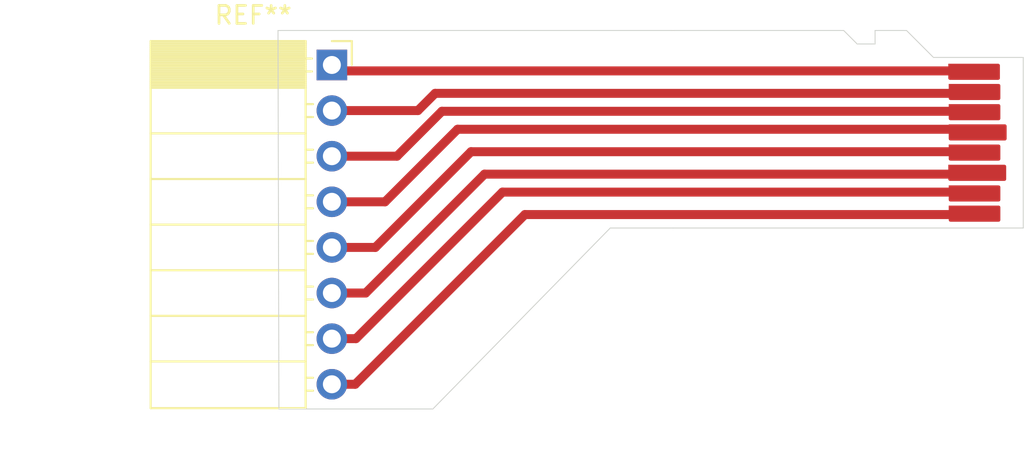
<source format=kicad_pcb>
(kicad_pcb (version 20221018) (generator pcbnew)
  (layers (0 "F.Cu" signal) (31 "B.Cu" signal) (34 "B.Paste" user) (35 "F.Paste" user) (36 "B.SilkS" user "B.Silkscreen") (37 "F.SilkS" user "F.Silkscreen") (38 "B.Mask" user) (39 "F.Mask" user) (44 "Edge.Cuts" user))
  (net 0 "")
  (footprint "Connector_PinSocket_2.54mm:PinSocket_1x08_P2.54mm_Horizontal" (layer "F.Cu") (at 66.75 60.42)
    (fp_text reference "REF**" (at -4.38 -2.77) (layer "F.SilkS"))
    (fp_text value "PinSocket_1x08_P2.54mm_Horizontal")
    (fp_line (start -10.09 -1.33) (end -10.09 19.11) (stroke (width 0.12)) (layer "F.SilkS"))
    (fp_line (start -10.09 -1.33) (end -1.46 -1.33) (stroke (width 0.12)) (layer "F.SilkS"))
    (fp_line (start -10.09 -1.21) (end -1.46 -1.21) (stroke (width 0.12)) (layer "F.SilkS"))
    (fp_line (start -10.09 -1.091905) (end -1.46 -1.091905) (stroke (width 0.12)) (layer "F.SilkS"))
    (fp_line (start -10.09 -0.97381) (end -1.46 -0.97381) (stroke (width 0.12)) (layer "F.SilkS"))
    (fp_line (start -10.09 -0.855715) (end -1.46 -0.855715) (stroke (width 0.12)) (layer "F.SilkS"))
    (fp_line (start -10.09 -0.73762) (end -1.46 -0.73762) (stroke (width 0.12)) (layer "F.SilkS"))
    (fp_line (start -10.09 -0.619525) (end -1.46 -0.619525) (stroke (width 0.12)) (layer "F.SilkS"))
    (fp_line (start -10.09 -0.50143) (end -1.46 -0.50143) (stroke (width 0.12)) (layer "F.SilkS"))
    (fp_line (start -10.09 -0.383335) (end -1.46 -0.383335) (stroke (width 0.12)) (layer "F.SilkS"))
    (fp_line (start -10.09 -0.26524) (end -1.46 -0.26524) (stroke (width 0.12)) (layer "F.SilkS"))
    (fp_line (start -10.09 -0.147145) (end -1.46 -0.147145) (stroke (width 0.12)) (layer "F.SilkS"))
    (fp_line (start -10.09 -0.02905) (end -1.46 -0.02905) (stroke (width 0.12)) (layer "F.SilkS"))
    (fp_line (start -10.09 0.089045) (end -1.46 0.089045) (stroke (width 0.12)) (layer "F.SilkS"))
    (fp_line (start -10.09 0.20714) (end -1.46 0.20714) (stroke (width 0.12)) (layer "F.SilkS"))
    (fp_line (start -10.09 0.325235) (end -1.46 0.325235) (stroke (width 0.12)) (layer "F.SilkS"))
    (fp_line (start -10.09 0.44333) (end -1.46 0.44333) (stroke (width 0.12)) (layer "F.SilkS"))
    (fp_line (start -10.09 0.561425) (end -1.46 0.561425) (stroke (width 0.12)) (layer "F.SilkS"))
    (fp_line (start -10.09 0.67952) (end -1.46 0.67952) (stroke (width 0.12)) (layer "F.SilkS"))
    (fp_line (start -10.09 0.797615) (end -1.46 0.797615) (stroke (width 0.12)) (layer "F.SilkS"))
    (fp_line (start -10.09 0.91571) (end -1.46 0.91571) (stroke (width 0.12)) (layer "F.SilkS"))
    (fp_line (start -10.09 1.033805) (end -1.46 1.033805) (stroke (width 0.12)) (layer "F.SilkS"))
    (fp_line (start -10.09 1.1519) (end -1.46 1.1519) (stroke (width 0.12)) (layer "F.SilkS"))
    (fp_line (start -10.09 1.27) (end -1.46 1.27) (stroke (width 0.12)) (layer "F.SilkS"))
    (fp_line (start -10.09 3.81) (end -1.46 3.81) (stroke (width 0.12)) (layer "F.SilkS"))
    (fp_line (start -10.09 6.35) (end -1.46 6.35) (stroke (width 0.12)) (layer "F.SilkS"))
    (fp_line (start -10.09 8.89) (end -1.46 8.89) (stroke (width 0.12)) (layer "F.SilkS"))
    (fp_line (start -10.09 11.43) (end -1.46 11.43) (stroke (width 0.12)) (layer "F.SilkS"))
    (fp_line (start -10.09 13.97) (end -1.46 13.97) (stroke (width 0.12)) (layer "F.SilkS"))
    (fp_line (start -10.09 16.51) (end -1.46 16.51) (stroke (width 0.12)) (layer "F.SilkS"))
    (fp_line (start -10.09 19.11) (end -1.46 19.11) (stroke (width 0.12)) (layer "F.SilkS"))
    (fp_line (start -1.46 -1.33) (end -1.46 19.11) (stroke (width 0.12)) (layer "F.SilkS"))
    (fp_line (start -1.46 -0.36) (end -1.11 -0.36) (stroke (width 0.12)) (layer "F.SilkS"))
    (fp_line (start -1.46 0.36) (end -1.11 0.36) (stroke (width 0.12)) (layer "F.SilkS"))
    (fp_line (start -1.46 2.18) (end -1.05 2.18) (stroke (width 0.12)) (layer "F.SilkS"))
    (fp_line (start -1.46 2.9) (end -1.05 2.9) (stroke (width 0.12)) (layer "F.SilkS"))
    (fp_line (start -1.46 4.72) (end -1.05 4.72) (stroke (width 0.12)) (layer "F.SilkS"))
    (fp_line (start -1.46 5.44) (end -1.05 5.44) (stroke (width 0.12)) (layer "F.SilkS"))
    (fp_line (start -1.46 7.26) (end -1.05 7.26) (stroke (width 0.12)) (layer "F.SilkS"))
    (fp_line (start -1.46 7.98) (end -1.05 7.98) (stroke (width 0.12)) (layer "F.SilkS"))
    (fp_line (start -1.46 9.8) (end -1.05 9.8) (stroke (width 0.12)) (layer "F.SilkS"))
    (fp_line (start -1.46 10.52) (end -1.05 10.52) (stroke (width 0.12)) (layer "F.SilkS"))
    (fp_line (start -1.46 12.34) (end -1.05 12.34) (stroke (width 0.12)) (layer "F.SilkS"))
    (fp_line (start -1.46 13.06) (end -1.05 13.06) (stroke (width 0.12)) (layer "F.SilkS"))
    (fp_line (start -1.46 14.88) (end -1.05 14.88) (stroke (width 0.12)) (layer "F.SilkS"))
    (fp_line (start -1.46 15.6) (end -1.05 15.6) (stroke (width 0.12)) (layer "F.SilkS"))
    (fp_line (start -1.46 17.42) (end -1.05 17.42) (stroke (width 0.12)) (layer "F.SilkS"))
    (fp_line (start -1.46 18.14) (end -1.05 18.14) (stroke (width 0.12)) (layer "F.SilkS"))
    (fp_line (start 0 -1.33) (end 1.11 -1.33) (stroke (width 0.12)) (layer "F.SilkS"))
    (fp_line (start 1.11 -1.33) (end 1.11 0) (stroke (width 0.12)) (layer "F.SilkS"))
    (pad "1" thru_hole rect (at 0 0) (size 1.7 1.7) (drill 1) (layers "*.Cu" "*.Mask"))
    (pad "2" thru_hole oval (at 0 2.54) (size 1.7 1.7) (drill 1) (layers "*.Cu" "*.Mask"))
    (pad "3" thru_hole oval (at 0 5.08) (size 1.7 1.7) (drill 1) (layers "*.Cu" "*.Mask"))
    (pad "4" thru_hole oval (at 0 7.62) (size 1.7 1.7) (drill 1) (layers "*.Cu" "*.Mask"))
    (pad "5" thru_hole oval (at 0 10.16) (size 1.7 1.7) (drill 1) (layers "*.Cu" "*.Mask"))
    (pad "6" thru_hole oval (at 0 12.7) (size 1.7 1.7) (drill 1) (layers "*.Cu" "*.Mask"))
    (pad "7" thru_hole oval (at 0 15.24) (size 1.7 1.7) (drill 1) (layers "*.Cu" "*.Mask"))
    (pad "8" thru_hole oval (at 0 17.78) (size 1.7 1.7) (drill 1) (layers "*.Cu" "*.Mask"))
  )
  (gr_rect (start 101.175 60.45) (end 103.85 61.15) (stroke (width 0.2)) (fill solid) (layer "F.Cu"))
  (gr_rect (start 101.2 67.225) (end 103.875 67.925) (stroke (width 0.2)) (fill solid) (layer "F.Cu"))
  (gr_rect (start 101.2 68.35) (end 103.875 69.05) (stroke (width 0.2)) (fill solid) (layer "F.Cu"))
  (gr_rect (start 101.2 61.575) (end 103.875 62.275) (stroke (width 0.2)) (fill solid) (layer "F.Cu"))
  (gr_rect (start 101.2 62.7) (end 103.875 63.4) (stroke (width 0.2)) (fill solid) (layer "F.Cu"))
  (gr_rect (start 101.175 66.075) (end 104.2 66.775) (stroke (width 0.2)) (fill solid) (layer "F.Cu"))
  (gr_rect (start 101.2 63.825) (end 104.225 64.525) (stroke (width 0.2)) (fill solid) (layer "F.Cu"))
  (gr_rect (start 101.2 64.95) (end 103.875 65.65) (stroke (width 0.2)) (fill solid) (layer "F.Cu"))
  (gr_line (start 96 59.25) (end 97 59.25) (stroke (width 0.05)) (layer "Edge.Cuts"))
  (gr_line (start 85.75 58.5) (end 95.25 58.5) (stroke (width 0.05)) (layer "Edge.Cuts"))
  (gr_line (start 72.375 79.575) (end 82.25 69.5) (stroke (width 0.05)) (layer "Edge.Cuts"))
  (gr_line (start 95.25 58.5) (end 96 59.25) (stroke (width 0.05)) (layer "Edge.Cuts"))
  (gr_line (start 97 59.25) (end 97 58.5) (stroke (width 0.05)) (layer "Edge.Cuts"))
  (gr_line (start 63.75 58.5) (end 63.8 79.575) (stroke (width 0.05)) (layer "Edge.Cuts"))
  (gr_line (start 97 58.5) (end 98.75 58.5) (stroke (width 0.05)) (layer "Edge.Cuts"))
  (gr_line (start 82.25 69.5) (end 85.75 69.5) (stroke (width 0.05)) (layer "Edge.Cuts"))
  (gr_line (start 105.25 69.5) (end 85.75 69.5) (stroke (width 0.05)) (layer "Edge.Cuts"))
  (gr_line (start 85.75 58.5) (end 63.75 58.5) (stroke (width 0.05)) (layer "Edge.Cuts"))
  (gr_line (start 98.75 58.5) (end 100.25 60) (stroke (width 0.05)) (layer "Edge.Cuts"))
  (gr_line (start 105.25 60) (end 105.25 69.5) (stroke (width 0.05)) (layer "Edge.Cuts"))
  (gr_line (start 63.8 79.575) (end 72.375 79.575) (stroke (width 0.05)) (layer "Edge.Cuts"))
  (gr_line (start 100.25 60) (end 105.25 60) (stroke (width 0.05)) (layer "Edge.Cuts"))
  (segment (start 69.71 68.04) (end 73.75 64) (width 0.5) (layer "F.Cu") (net 0))
  (segment (start 66.75 70.58) (end 69.17 70.58) (width 0.5) (layer "F.Cu") (net 0))
  (segment (start 68.63 73.12) (end 75.25 66.5) (width 0.5) (layer "F.Cu") (net 0))
  (segment (start 69.17 70.58) (end 74.5 65.25) (width 0.5) (layer "F.Cu") (net 0))
  (segment (start 66.75 60.42) (end 67.08 60.75) (width 0.5) (layer "F.Cu") (net 0))
  (segment (start 66.75 73.12) (end 68.63 73.12) (width 0.5) (layer "F.Cu") (net 0))
  (segment (start 72.5 62) (end 102 62) (width 0.5) (layer "F.Cu") (net 0))
  (segment (start 66.75 68.04) (end 69.71 68.04) (width 0.5) (layer "F.Cu") (net 0))
  (segment (start 74.5 65.25) (end 102.25 65.25) (width 0.5) (layer "F.Cu") (net 0))
  (segment (start 66.75 62.96) (end 71.54 62.96) (width 0.5) (layer "F.Cu") (net 0))
  (segment (start 76.25 67.5) (end 102.25 67.5) (width 0.5) (layer "F.Cu") (net 0))
  (segment (start 67.08 60.75) (end 102.25 60.75) (width 0.5) (layer "F.Cu") (net 0))
  (segment (start 68.09 75.66) (end 76.25 67.5) (width 0.5) (layer "F.Cu") (net 0))
  (segment (start 66.75 78.2) (end 68.05 78.2) (width 0.5) (layer "F.Cu") (net 0))
  (segment (start 66.75 75.66) (end 68.09 75.66) (width 0.5) (layer "F.Cu") (net 0))
  (segment (start 66.75 65.5) (end 70.375 65.5) (width 0.5) (layer "F.Cu") (net 0))
  (segment (start 72.875 63) (end 102.25 63) (width 0.5) (layer "F.Cu") (net 0))
  (segment (start 73.75 64) (end 102 64) (width 0.5) (layer "F.Cu") (net 0))
  (segment (start 77.5 68.75) (end 102.5 68.75) (width 0.5) (layer "F.Cu") (net 0))
  (segment (start 75.25 66.5) (end 102.25 66.5) (width 0.5) (layer "F.Cu") (net 0))
  (segment (start 68.05 78.2) (end 77.5 68.75) (width 0.5) (layer "F.Cu") (net 0))
  (segment (start 70.375 65.5) (end 72.875 63) (width 0.5) (layer "F.Cu") (net 0))
  (segment (start 71.54 62.96) (end 72.5 62) (width 0.5) (layer "F.Cu") (net 0))
)
</source>
